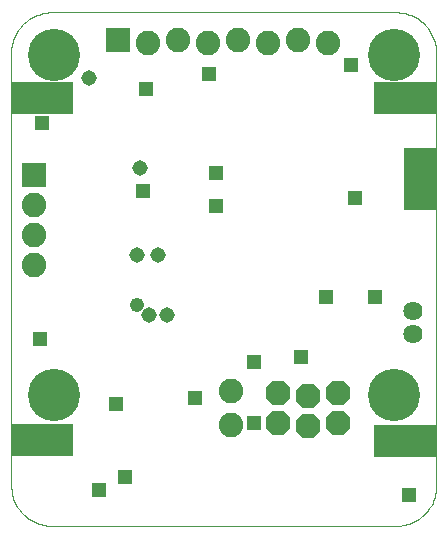
<source format=gbs>
G75*
G70*
%OFA0B0*%
%FSLAX24Y24*%
%IPPOS*%
%LPD*%
%AMOC8*
5,1,8,0,0,1.08239X$1,22.5*
%
%ADD10C,0.0010*%
%ADD11R,0.0820X0.0820*%
%ADD12C,0.0820*%
%ADD13R,0.2080X0.1080*%
%ADD14R,0.1080X0.2080*%
%ADD15C,0.0640*%
%ADD16OC8,0.0820*%
%ADD17R,0.0476X0.0476*%
%ADD18C,0.0516*%
%ADD19C,0.0476*%
%ADD20C,0.1740*%
D10*
X002398Y002257D02*
X002398Y016647D01*
X002398Y016637D02*
X002397Y016710D01*
X002400Y016782D01*
X002406Y016854D01*
X002416Y016926D01*
X002430Y016997D01*
X002448Y017067D01*
X002470Y017136D01*
X002495Y017204D01*
X002524Y017270D01*
X002556Y017335D01*
X002592Y017398D01*
X002632Y017459D01*
X002674Y017517D01*
X002719Y017574D01*
X002768Y017628D01*
X002819Y017679D01*
X002873Y017727D01*
X002930Y017772D01*
X002988Y017815D01*
X003049Y017854D01*
X003112Y017889D01*
X003177Y017922D01*
X003244Y017950D01*
X003312Y017975D01*
X003381Y017997D01*
X003451Y018015D01*
X003522Y018028D01*
X003594Y018038D01*
X003666Y018045D01*
X003738Y018047D01*
X015158Y018047D01*
X015152Y018046D02*
X015225Y018047D01*
X015297Y018044D01*
X015369Y018038D01*
X015441Y018028D01*
X015512Y018014D01*
X015582Y017996D01*
X015651Y017974D01*
X015719Y017949D01*
X015785Y017920D01*
X015850Y017888D01*
X015913Y017852D01*
X015974Y017812D01*
X016032Y017770D01*
X016089Y017725D01*
X016143Y017676D01*
X016194Y017625D01*
X016242Y017571D01*
X016287Y017514D01*
X016330Y017456D01*
X016369Y017395D01*
X016404Y017332D01*
X016437Y017267D01*
X016465Y017200D01*
X016490Y017132D01*
X016512Y017063D01*
X016530Y016993D01*
X016543Y016922D01*
X016553Y016850D01*
X016560Y016778D01*
X016562Y016706D01*
X016568Y016697D02*
X016568Y002337D01*
X016569Y002264D01*
X016566Y002192D01*
X016560Y002120D01*
X016550Y002048D01*
X016536Y001977D01*
X016518Y001907D01*
X016496Y001838D01*
X016471Y001770D01*
X016442Y001704D01*
X016410Y001639D01*
X016374Y001576D01*
X016334Y001515D01*
X016292Y001457D01*
X016247Y001400D01*
X016198Y001346D01*
X016147Y001295D01*
X016093Y001247D01*
X016036Y001202D01*
X015978Y001159D01*
X015917Y001120D01*
X015854Y001085D01*
X015789Y001052D01*
X015722Y001024D01*
X015654Y000999D01*
X015585Y000977D01*
X015515Y000959D01*
X015444Y000946D01*
X015372Y000936D01*
X015300Y000929D01*
X015228Y000927D01*
X003808Y000927D01*
X003808Y000928D02*
X003735Y000926D01*
X003663Y000928D01*
X003592Y000934D01*
X003520Y000944D01*
X003449Y000958D01*
X003379Y000976D01*
X003310Y000997D01*
X003243Y001022D01*
X003176Y001050D01*
X003112Y001083D01*
X003049Y001118D01*
X002988Y001157D01*
X002930Y001199D01*
X002873Y001244D01*
X002819Y001292D01*
X002768Y001343D01*
X002720Y001397D01*
X002675Y001453D01*
X002632Y001511D01*
X002593Y001572D01*
X002557Y001634D01*
X002525Y001699D01*
X002496Y001765D01*
X002471Y001832D01*
X002449Y001901D01*
X002431Y001971D01*
X002417Y002042D01*
X002407Y002113D01*
X002401Y002185D01*
X002398Y002257D01*
D11*
X003158Y012627D03*
X005952Y017137D03*
D12*
X006952Y017037D03*
X007952Y017137D03*
X008952Y017037D03*
X009952Y017137D03*
X010952Y017037D03*
X011952Y017137D03*
X012952Y017037D03*
X003158Y011627D03*
X003158Y010627D03*
X003158Y009627D03*
X009718Y005417D03*
X009718Y004277D03*
D13*
X015538Y003747D03*
X003418Y003807D03*
X003418Y015207D03*
X015538Y015207D03*
D14*
X016018Y012507D03*
D15*
X015778Y008101D03*
X015778Y007313D03*
D16*
X013278Y005347D03*
X013278Y004347D03*
X012278Y004247D03*
X011278Y004347D03*
X011278Y005347D03*
X012278Y005247D03*
D17*
X012058Y006567D03*
X010498Y006387D03*
X008518Y005187D03*
X010498Y004347D03*
X006178Y002547D03*
X005338Y002127D03*
X005878Y005007D03*
X003358Y007167D03*
X006778Y012087D03*
X009238Y011607D03*
X009238Y012687D03*
X006898Y015507D03*
X008998Y015987D03*
X013738Y016287D03*
X013858Y011847D03*
X014518Y008547D03*
X012898Y008547D03*
X015658Y001947D03*
X003418Y014367D03*
D18*
X004998Y015867D03*
X006698Y012847D03*
X006598Y009967D03*
X007298Y009967D03*
X007598Y007967D03*
X006998Y007967D03*
D19*
X006598Y008307D03*
D20*
X003815Y005284D03*
X015154Y005284D03*
X015154Y016623D03*
X003815Y016623D03*
M02*

</source>
